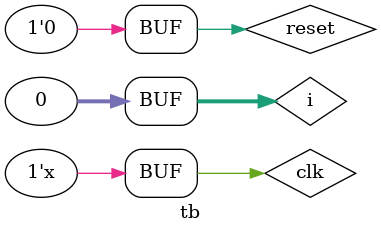
<source format=v>
`timescale 1ns / 1ps


module tb;

	// Inputs
	reg clk;
	reg reset;

	// Instantiate the Unit Under Test (UUT)
	mips uut (
		.clk(clk), 
		.reset(reset)
	);
integer i=0;
	initial begin
		// Initialize Inputs
		clk=1;
		
		reset = 1;

		// Wait 100 ns for global reset to finish
		#5;
		reset=0;
      // Add stimulus here
		
		
		
	end
      always #5 clk=~clk;
		
	
endmodule


</source>
